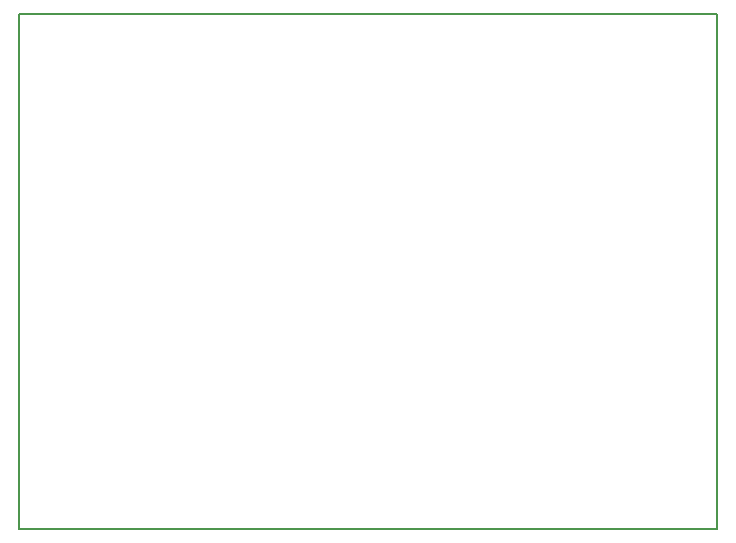
<source format=gm1>
G04 MADE WITH FRITZING*
G04 WWW.FRITZING.ORG*
G04 DOUBLE SIDED*
G04 HOLES PLATED*
G04 CONTOUR ON CENTER OF CONTOUR VECTOR*
%ASAXBY*%
%FSLAX23Y23*%
%MOIN*%
%OFA0B0*%
%SFA1.0B1.0*%
%ADD10R,2.336570X1.725160*%
%ADD11C,0.008000*%
%ADD10C,0.008*%
%LNCONTOUR*%
G90*
G70*
G54D10*
G54D11*
X11Y1714D02*
X2340Y1714D01*
X2340Y-3D01*
X11Y-3D01*
X11Y1714D01*
D02*
G04 End of contour*
M02*
</source>
